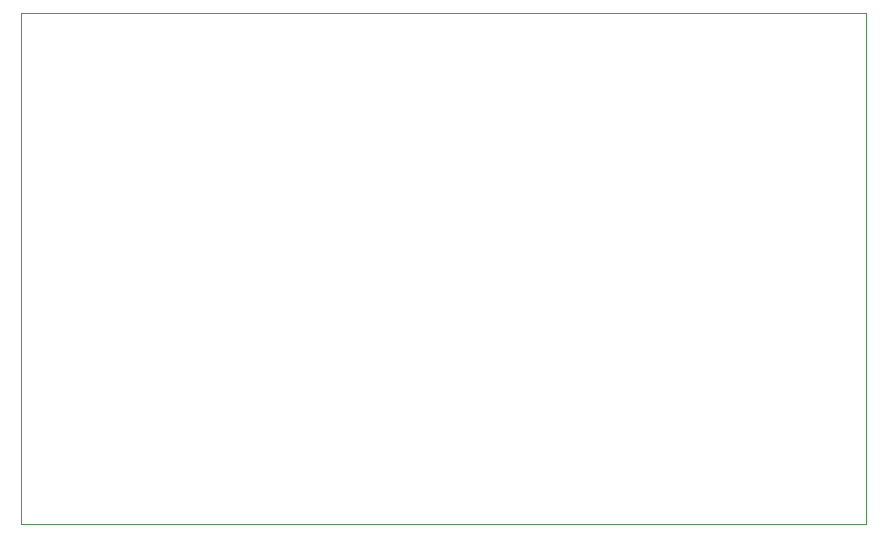
<source format=gm1>
%TF.GenerationSoftware,KiCad,Pcbnew,8.0.5*%
%TF.CreationDate,2024-12-20T12:43:02-05:00*%
%TF.ProjectId,coffee-scale,636f6666-6565-42d7-9363-616c652e6b69,rev?*%
%TF.SameCoordinates,Original*%
%TF.FileFunction,Profile,NP*%
%FSLAX46Y46*%
G04 Gerber Fmt 4.6, Leading zero omitted, Abs format (unit mm)*
G04 Created by KiCad (PCBNEW 8.0.5) date 2024-12-20 12:43:02*
%MOMM*%
%LPD*%
G01*
G04 APERTURE LIST*
%TA.AperFunction,Profile*%
%ADD10C,0.050000*%
%TD*%
G04 APERTURE END LIST*
D10*
X127750000Y-92500000D02*
X199250000Y-92500000D01*
X199250000Y-135750000D01*
X127750000Y-135750000D01*
X127750000Y-92500000D01*
M02*

</source>
